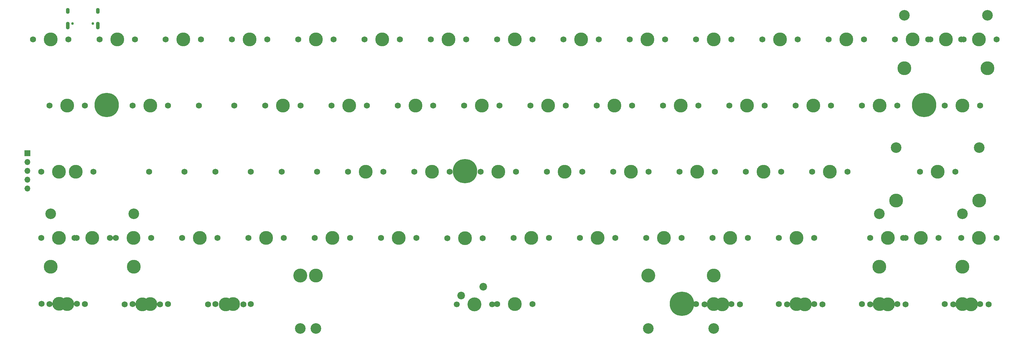
<source format=gts>
%TF.GenerationSoftware,KiCad,Pcbnew,7.0.9-7.0.9~ubuntu22.04.1*%
%TF.CreationDate,2023-11-09T12:16:25-08:00*%
%TF.ProjectId,SST60,53535436-302e-46b6-9963-61645f706362,0.1*%
%TF.SameCoordinates,Original*%
%TF.FileFunction,Soldermask,Top*%
%TF.FilePolarity,Negative*%
%FSLAX46Y46*%
G04 Gerber Fmt 4.6, Leading zero omitted, Abs format (unit mm)*
G04 Created by KiCad (PCBNEW 7.0.9-7.0.9~ubuntu22.04.1) date 2023-11-09 12:16:25*
%MOMM*%
%LPD*%
G01*
G04 APERTURE LIST*
%ADD10C,1.750000*%
%ADD11C,3.987800*%
%ADD12C,4.000000*%
%ADD13C,3.050000*%
%ADD14C,1.700000*%
%ADD15C,2.200000*%
%ADD16C,1.000000*%
%ADD17C,7.001300*%
%ADD18C,7.000240*%
%ADD19C,3.048000*%
%ADD20C,0.750000*%
%ADD21O,1.100000X1.700000*%
%ADD22O,1.100000X2.200000*%
%ADD23R,1.700000X1.700000*%
%ADD24O,1.700000X1.700000*%
G04 APERTURE END LIST*
D10*
%TO.C,1.25U*%
X300620000Y-125430000D03*
D11*
X305700000Y-125430000D03*
D10*
X310780000Y-125430000D03*
%TD*%
%TO.C,1.25U*%
X276720000Y-125430000D03*
D11*
X281800000Y-125430000D03*
D10*
X286880000Y-125430000D03*
%TD*%
%TO.C,1.25U*%
X252880000Y-125490000D03*
D11*
X257960000Y-125490000D03*
D10*
X263040000Y-125490000D03*
%TD*%
%TO.C,1.25U*%
X229160000Y-125430000D03*
D11*
X234240000Y-125430000D03*
D10*
X239320000Y-125430000D03*
%TD*%
%TO.C,Small Split*%
X226695000Y-125412500D03*
D11*
X231775000Y-125412500D03*
D10*
X236855000Y-125412500D03*
%TD*%
%TO.C,N*%
X174307500Y-106362500D03*
D11*
X179387500Y-106362500D03*
D10*
X184467500Y-106362500D03*
%TD*%
D12*
%TO.C,REF\u002A\u002A*%
X112990000Y-117190000D03*
D13*
X212990000Y-132430000D03*
D14*
X157910000Y-125430000D03*
D12*
X212990000Y-117190000D03*
D13*
X112990000Y-132430000D03*
D12*
X162990000Y-125430000D03*
D14*
X168070000Y-125430000D03*
D15*
X165530000Y-120350000D03*
X159180000Y-122890000D03*
%TD*%
D10*
%TO.C,1.25U*%
X86430000Y-125450000D03*
D11*
X91510000Y-125450000D03*
D10*
X96590000Y-125450000D03*
%TD*%
%TO.C,1.25U*%
X62510000Y-125450000D03*
D11*
X67590000Y-125450000D03*
D10*
X72670000Y-125450000D03*
%TD*%
%TO.C,1.25U*%
X38670000Y-125330000D03*
D11*
X43750000Y-125330000D03*
D10*
X48830000Y-125330000D03*
%TD*%
%TO.C,2*%
X155240000Y-106380000D03*
D11*
X160320000Y-106380000D03*
D10*
X165400000Y-106380000D03*
%TD*%
%TO.C,2*%
X55270000Y-49190000D03*
D11*
X60350000Y-49190000D03*
D10*
X65430000Y-49190000D03*
%TD*%
%TO.C,1.50u*%
X40957500Y-125412500D03*
D11*
X46037500Y-125412500D03*
D10*
X51117500Y-125412500D03*
%TD*%
%TO.C,T*%
X140970000Y-68262500D03*
D11*
X146050000Y-68262500D03*
D10*
X151130000Y-68262500D03*
%TD*%
%TO.C,Tab*%
X40957500Y-68262500D03*
D11*
X46037500Y-68262500D03*
D10*
X51117500Y-68262500D03*
%TD*%
%TO.C,[*%
X255270000Y-68262500D03*
D11*
X260350000Y-68262500D03*
D10*
X265430000Y-68262500D03*
%TD*%
%TO.C,1.50u*%
X250507500Y-125412500D03*
D11*
X255587500Y-125412500D03*
D10*
X260667500Y-125412500D03*
%TD*%
%TO.C,R*%
X121920000Y-68262500D03*
D11*
X127000000Y-68262500D03*
D10*
X132080000Y-68262500D03*
%TD*%
%TO.C,<*%
X212407500Y-106362500D03*
D11*
X217487500Y-106362500D03*
D10*
X222567500Y-106362500D03*
%TD*%
%TO.C,Stepped*%
X38576250Y-87312500D03*
D11*
X43656250Y-87312500D03*
D10*
X48736250Y-87312500D03*
%TD*%
%TO.C,S*%
X88582500Y-87312500D03*
X98742500Y-87312500D03*
%TD*%
%TO.C,H*%
X164782500Y-87312500D03*
D11*
X169862500Y-87312500D03*
D10*
X174942500Y-87312500D03*
%TD*%
%TO.C,D*%
X107632500Y-87312500D03*
X117792500Y-87312500D03*
%TD*%
%TO.C,J*%
X183832500Y-87312500D03*
D11*
X188912500Y-87312500D03*
D10*
X193992500Y-87312500D03*
%TD*%
%TO.C,Z*%
X79057500Y-106362500D03*
D11*
X84137500Y-106362500D03*
D10*
X89217500Y-106362500D03*
%TD*%
%TO.C,Split*%
X302895000Y-106362500D03*
D11*
X307975000Y-106362500D03*
D10*
X313055000Y-106362500D03*
%TD*%
%TO.C,W*%
X83820000Y-68262500D03*
X93980000Y-68262500D03*
%TD*%
%TO.C,-*%
X245745000Y-49212500D03*
D11*
X250825000Y-49212500D03*
D10*
X255905000Y-49212500D03*
%TD*%
%TO.C,Split*%
X276701250Y-106362500D03*
D11*
X281781250Y-106362500D03*
D10*
X286861250Y-106362500D03*
%TD*%
%TO.C,V*%
X136207500Y-106362500D03*
D11*
X141287500Y-106362500D03*
D10*
X146367500Y-106362500D03*
%TD*%
%TO.C,X*%
X108267500Y-106362500D03*
D11*
X103187500Y-106362500D03*
D10*
X98107500Y-106362500D03*
%TD*%
%TO.C,1u*%
X274320000Y-125412500D03*
D11*
X279400000Y-125412500D03*
D10*
X284480000Y-125412500D03*
%TD*%
%TO.C,5*%
X131445000Y-49212500D03*
D11*
X136525000Y-49212500D03*
D10*
X141605000Y-49212500D03*
%TD*%
D16*
%TO.C,H1*%
X55036250Y-68031250D03*
X55709904Y-66404904D03*
X55709904Y-69657596D03*
X57336250Y-65731250D03*
D17*
X57336250Y-68031250D03*
D16*
X57336250Y-70331250D03*
X58962596Y-66404904D03*
X58962596Y-69657596D03*
X59636250Y-68031250D03*
X292186250Y-65731250D03*
X292186250Y-70331250D03*
D18*
X160336250Y-87131250D03*
X222636250Y-125331250D03*
D16*
X293635250Y-70413250D03*
X290714250Y-70413250D03*
D18*
X292186250Y-68031250D03*
D16*
X290841250Y-65714250D03*
X293635250Y-65714250D03*
%TD*%
D10*
%TO.C,G*%
X145732500Y-87312500D03*
D11*
X150812500Y-87312500D03*
D10*
X155892500Y-87312500D03*
%TD*%
%TO.C,:*%
X240982500Y-87312500D03*
D11*
X246062500Y-87312500D03*
D10*
X251142500Y-87312500D03*
%TD*%
%TO.C,8*%
X188595000Y-49212500D03*
D11*
X193675000Y-49212500D03*
D10*
X198755000Y-49212500D03*
%TD*%
%TO.C,P*%
X236220000Y-68262500D03*
D11*
X241300000Y-68262500D03*
D10*
X246380000Y-68262500D03*
%TD*%
%TO.C,Q*%
X64770000Y-68262500D03*
D11*
X69850000Y-68262500D03*
D10*
X74930000Y-68262500D03*
%TD*%
%TO.C,Y*%
X160020000Y-68262500D03*
D11*
X165100000Y-68262500D03*
D10*
X170180000Y-68262500D03*
%TD*%
%TO.C,]*%
X274320000Y-68262500D03*
D11*
X279400000Y-68262500D03*
D10*
X284480000Y-68262500D03*
%TD*%
%TO.C,1u/7u/10u*%
X169545000Y-125412500D03*
D11*
X174625000Y-125412500D03*
D10*
X179705000Y-125412500D03*
%TD*%
%TO.C,9*%
X207645000Y-49212500D03*
D11*
X212725000Y-49212500D03*
D10*
X217805000Y-49212500D03*
%TD*%
%TO.C,ISO*%
X60007500Y-106362500D03*
D11*
X65087500Y-106362500D03*
D10*
X70167500Y-106362500D03*
%TD*%
%TO.C,>*%
X231457500Y-106362500D03*
D11*
X236537500Y-106362500D03*
D10*
X241617500Y-106362500D03*
%TD*%
D19*
%TO.C,Full*%
X279368250Y-99377500D03*
D11*
X279368250Y-114617500D03*
D10*
X286226250Y-106362500D03*
D11*
X291306250Y-106362500D03*
D10*
X296386250Y-106362500D03*
D19*
X303244250Y-99377500D03*
D11*
X303244250Y-114617500D03*
%TD*%
D10*
%TO.C,C*%
X117157500Y-106362500D03*
D11*
X122237500Y-106362500D03*
D10*
X127317500Y-106362500D03*
%TD*%
%TO.C,E*%
X102870000Y-68262500D03*
D11*
X107950000Y-68262500D03*
D10*
X113030000Y-68262500D03*
%TD*%
D19*
%TO.C,ANSI*%
X284130750Y-80327500D03*
D11*
X284130750Y-95567500D03*
D10*
X290988750Y-87312500D03*
D11*
X296068750Y-87312500D03*
D10*
X301148750Y-87312500D03*
D19*
X308006750Y-80327500D03*
D11*
X308006750Y-95567500D03*
%TD*%
D10*
%TO.C,A*%
X69532500Y-87312500D03*
X79692500Y-87312500D03*
%TD*%
%TO.C,Split*%
X302895000Y-49212500D03*
D11*
X307975000Y-49212500D03*
D10*
X313055000Y-49212500D03*
%TD*%
%TO.C,0*%
X226695000Y-49212500D03*
D11*
X231775000Y-49212500D03*
D10*
X236855000Y-49212500D03*
%TD*%
%TO.C,L*%
X221932500Y-87312500D03*
D11*
X227012500Y-87312500D03*
D10*
X232092500Y-87312500D03*
%TD*%
%TO.C,I*%
X198120000Y-68262500D03*
D11*
X203200000Y-68262500D03*
D10*
X208280000Y-68262500D03*
%TD*%
%TO.C,M*%
X193357500Y-106362500D03*
D11*
X198437500Y-106362500D03*
D10*
X203517500Y-106362500D03*
%TD*%
D19*
%TO.C,Full*%
X286512000Y-42227500D03*
D11*
X286512000Y-57467500D03*
D10*
X293370000Y-49212500D03*
D11*
X298450000Y-49212500D03*
D10*
X303530000Y-49212500D03*
D19*
X310388000Y-42227500D03*
D11*
X310388000Y-57467500D03*
%TD*%
D10*
%TO.C,?*%
X250507500Y-106362500D03*
D11*
X255587500Y-106362500D03*
D10*
X260667500Y-106362500D03*
%TD*%
%TO.C,F*%
X126682500Y-87312500D03*
D11*
X131762500Y-87312500D03*
D10*
X136842500Y-87312500D03*
%TD*%
%TO.C,1u*%
X64770000Y-125412500D03*
D11*
X69850000Y-125412500D03*
D10*
X74930000Y-125412500D03*
%TD*%
%TO.C,3*%
X93345000Y-49212500D03*
D11*
X98425000Y-49212500D03*
D10*
X103505000Y-49212500D03*
%TD*%
%TO.C,6*%
X150495000Y-49212500D03*
D11*
X155575000Y-49212500D03*
D10*
X160655000Y-49212500D03*
%TD*%
%TO.C,"*%
X260032500Y-87312500D03*
D11*
X265112500Y-87312500D03*
D10*
X270192500Y-87312500D03*
%TD*%
%TO.C,Esc*%
X36195000Y-49212500D03*
D11*
X41275000Y-49212500D03*
D10*
X46355000Y-49212500D03*
%TD*%
%TO.C,1.50u*%
X88582500Y-125412500D03*
D11*
X93662500Y-125412500D03*
D10*
X98742500Y-125412500D03*
%TD*%
%TO.C,=*%
X264795000Y-49212500D03*
D11*
X269875000Y-49212500D03*
D10*
X274955000Y-49212500D03*
%TD*%
%TO.C,Split*%
X283845000Y-49212500D03*
D11*
X288925000Y-49212500D03*
D10*
X294005000Y-49212500D03*
%TD*%
%TO.C,K*%
X202882500Y-87312500D03*
D11*
X207962500Y-87312500D03*
D10*
X213042500Y-87312500D03*
%TD*%
%TO.C,ISO*%
X38576250Y-106362500D03*
D11*
X43656250Y-106362500D03*
D10*
X48736250Y-106362500D03*
%TD*%
%TO.C,2*%
X74295000Y-49212500D03*
D11*
X79375000Y-49212500D03*
D10*
X84455000Y-49212500D03*
%TD*%
%TO.C,ANSI*%
X298132500Y-68262500D03*
D11*
X303212500Y-68262500D03*
D10*
X308292500Y-68262500D03*
%TD*%
%TO.C,Full*%
X43338750Y-87312500D03*
D11*
X48418750Y-87312500D03*
D10*
X53498750Y-87312500D03*
%TD*%
%TO.C,7*%
X169545000Y-49212500D03*
D11*
X174625000Y-49212500D03*
D10*
X179705000Y-49212500D03*
%TD*%
%TO.C,O*%
X217170000Y-68262500D03*
D11*
X222250000Y-68262500D03*
D10*
X227330000Y-68262500D03*
%TD*%
%TO.C,1.50u*%
X298132500Y-125412500D03*
D11*
X303212500Y-125412500D03*
D10*
X308292500Y-125412500D03*
%TD*%
D19*
%TO.C,ANSI*%
X41243250Y-99377500D03*
D11*
X41243250Y-114617500D03*
D10*
X48101250Y-106362500D03*
D11*
X53181250Y-106362500D03*
D10*
X58261250Y-106362500D03*
D19*
X65119250Y-99377500D03*
D11*
X65119250Y-114617500D03*
%TD*%
%TO.C,MX42*%
X117475000Y-117157500D03*
D19*
X117475000Y-132397500D03*
D10*
X169545000Y-125412500D03*
D11*
X174625000Y-125412500D03*
D10*
X179705000Y-125412500D03*
D11*
X231775000Y-117157500D03*
D19*
X231775000Y-132397500D03*
%TD*%
D10*
%TO.C,4*%
X112395000Y-49212500D03*
D11*
X117475000Y-49212500D03*
D10*
X122555000Y-49212500D03*
%TD*%
%TO.C,U*%
X179070000Y-68262500D03*
D11*
X184150000Y-68262500D03*
D10*
X189230000Y-68262500D03*
%TD*%
D20*
%TO.C,USB1*%
X47560000Y-44637500D03*
X53340000Y-44637500D03*
D21*
X46130000Y-40987500D03*
D22*
X46130000Y-45167500D03*
D21*
X54770000Y-40987500D03*
D22*
X54770000Y-45167500D03*
%TD*%
D23*
%TO.C,J2*%
X34550000Y-81925000D03*
D24*
X34550000Y-84465000D03*
X34550000Y-87005000D03*
X34550000Y-89545000D03*
X34550000Y-92085000D03*
%TD*%
M02*

</source>
